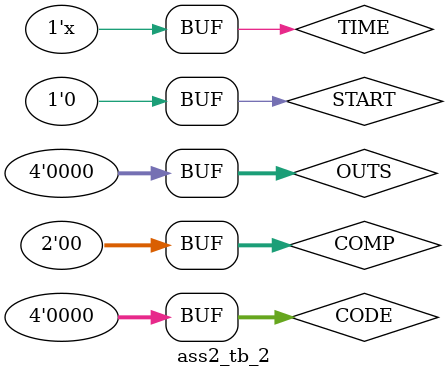
<source format=v>
`timescale 1ns / 1ps


module ass2_tb_2();
// this is stolen from avnzx and will not be used in my report, DO NOT USE THIS
// istg if u use this u will die

// Inputs
reg START;
reg TIME;
reg [1:0] COMP;
reg [3:0] OUTS;
reg [3:0] CODE;
wire OVER;
    
ass2_structural UUT(START, TIME, COMP, OUTS, CODE, OVER);

initial begin
    TIME = 0;
    {START, COMP, OUTS, CODE} = 11'b10100010001;
    
    #50
    START = 0;
    
    #170
    START = 1;
    
    #30
    {START, COMP, OUTS, CODE} = 0;
end

always #20 TIME = ~TIME;

endmodule

</source>
